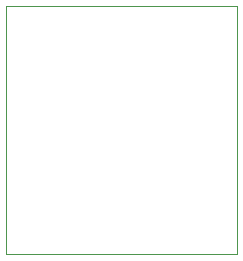
<source format=gbr>
%TF.GenerationSoftware,KiCad,Pcbnew,7.0.2*%
%TF.CreationDate,2024-04-02T19:02:07-04:00*%
%TF.ProjectId,filt2,66696c74-322e-46b6-9963-61645f706362,rev?*%
%TF.SameCoordinates,Original*%
%TF.FileFunction,Profile,NP*%
%FSLAX46Y46*%
G04 Gerber Fmt 4.6, Leading zero omitted, Abs format (unit mm)*
G04 Created by KiCad (PCBNEW 7.0.2) date 2024-04-02 19:02:07*
%MOMM*%
%LPD*%
G01*
G04 APERTURE LIST*
%TA.AperFunction,Profile*%
%ADD10C,0.100000*%
%TD*%
G04 APERTURE END LIST*
D10*
X115500000Y-83000000D02*
X135000000Y-83000000D01*
X135000000Y-104000000D01*
X115500000Y-104000000D01*
X115500000Y-83000000D01*
M02*

</source>
